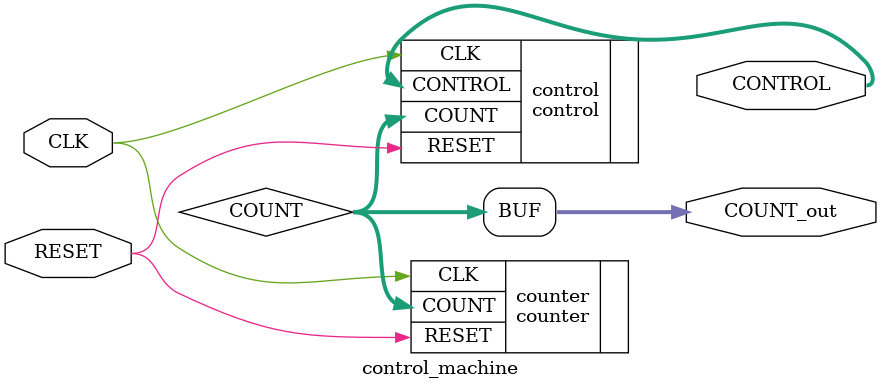
<source format=v>
`timescale 1ns / 1ps


module control_machine(
    input CLK,
    input RESET,
    output [3:0] CONTROL,
    output [3:0] COUNT_out
    );
    
wire [3:0] COUNT;
    
counter counter(
                .CLK(CLK),
                .RESET(RESET),
                .COUNT(COUNT)
                );
control control(
                .CLK(CLK),
                .RESET(RESET),
                .COUNT(COUNT),
                .CONTROL(CONTROL)
                );
                
assign COUNT_out = COUNT;
endmodule

</source>
